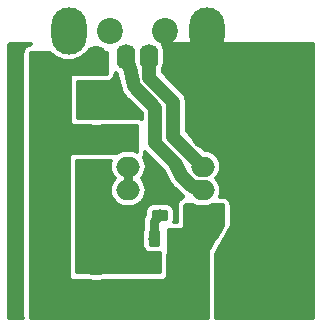
<source format=gbr>
G04 #@! TF.GenerationSoftware,KiCad,Pcbnew,(5.1.4)-1*
G04 #@! TF.CreationDate,2019-10-26T17:50:02-04:00*
G04 #@! TF.ProjectId,usb-vertical-splitter,7573622d-7665-4727-9469-63616c2d7370,0*
G04 #@! TF.SameCoordinates,Original*
G04 #@! TF.FileFunction,Copper,L1,Top*
G04 #@! TF.FilePolarity,Positive*
%FSLAX46Y46*%
G04 Gerber Fmt 4.6, Leading zero omitted, Abs format (unit mm)*
G04 Created by KiCad (PCBNEW (5.1.4)-1) date 2019-10-26 17:50:02*
%MOMM*%
%LPD*%
G04 APERTURE LIST*
%ADD10C,0.100000*%
%ADD11C,0.975000*%
%ADD12O,3.000000X4.000000*%
%ADD13C,2.200000*%
%ADD14C,1.800000*%
%ADD15O,1.600000X2.200000*%
%ADD16C,3.300000*%
%ADD17C,1.900000*%
%ADD18O,2.000000X1.700000*%
%ADD19C,0.800000*%
%ADD20C,0.800000*%
%ADD21C,1.200000*%
%ADD22C,0.300000*%
G04 APERTURE END LIST*
D10*
G36*
X125492642Y-91501174D02*
G01*
X125516303Y-91504684D01*
X125539507Y-91510496D01*
X125562029Y-91518554D01*
X125583653Y-91528782D01*
X125604170Y-91541079D01*
X125623383Y-91555329D01*
X125641107Y-91571393D01*
X125657171Y-91589117D01*
X125671421Y-91608330D01*
X125683718Y-91628847D01*
X125693946Y-91650471D01*
X125702004Y-91672993D01*
X125707816Y-91696197D01*
X125711326Y-91719858D01*
X125712500Y-91743750D01*
X125712500Y-92656250D01*
X125711326Y-92680142D01*
X125707816Y-92703803D01*
X125702004Y-92727007D01*
X125693946Y-92749529D01*
X125683718Y-92771153D01*
X125671421Y-92791670D01*
X125657171Y-92810883D01*
X125641107Y-92828607D01*
X125623383Y-92844671D01*
X125604170Y-92858921D01*
X125583653Y-92871218D01*
X125562029Y-92881446D01*
X125539507Y-92889504D01*
X125516303Y-92895316D01*
X125492642Y-92898826D01*
X125468750Y-92900000D01*
X124981250Y-92900000D01*
X124957358Y-92898826D01*
X124933697Y-92895316D01*
X124910493Y-92889504D01*
X124887971Y-92881446D01*
X124866347Y-92871218D01*
X124845830Y-92858921D01*
X124826617Y-92844671D01*
X124808893Y-92828607D01*
X124792829Y-92810883D01*
X124778579Y-92791670D01*
X124766282Y-92771153D01*
X124756054Y-92749529D01*
X124747996Y-92727007D01*
X124742184Y-92703803D01*
X124738674Y-92680142D01*
X124737500Y-92656250D01*
X124737500Y-91743750D01*
X124738674Y-91719858D01*
X124742184Y-91696197D01*
X124747996Y-91672993D01*
X124756054Y-91650471D01*
X124766282Y-91628847D01*
X124778579Y-91608330D01*
X124792829Y-91589117D01*
X124808893Y-91571393D01*
X124826617Y-91555329D01*
X124845830Y-91541079D01*
X124866347Y-91528782D01*
X124887971Y-91518554D01*
X124910493Y-91510496D01*
X124933697Y-91504684D01*
X124957358Y-91501174D01*
X124981250Y-91500000D01*
X125468750Y-91500000D01*
X125492642Y-91501174D01*
X125492642Y-91501174D01*
G37*
D11*
X125225000Y-92200000D03*
D10*
G36*
X127367642Y-91501174D02*
G01*
X127391303Y-91504684D01*
X127414507Y-91510496D01*
X127437029Y-91518554D01*
X127458653Y-91528782D01*
X127479170Y-91541079D01*
X127498383Y-91555329D01*
X127516107Y-91571393D01*
X127532171Y-91589117D01*
X127546421Y-91608330D01*
X127558718Y-91628847D01*
X127568946Y-91650471D01*
X127577004Y-91672993D01*
X127582816Y-91696197D01*
X127586326Y-91719858D01*
X127587500Y-91743750D01*
X127587500Y-92656250D01*
X127586326Y-92680142D01*
X127582816Y-92703803D01*
X127577004Y-92727007D01*
X127568946Y-92749529D01*
X127558718Y-92771153D01*
X127546421Y-92791670D01*
X127532171Y-92810883D01*
X127516107Y-92828607D01*
X127498383Y-92844671D01*
X127479170Y-92858921D01*
X127458653Y-92871218D01*
X127437029Y-92881446D01*
X127414507Y-92889504D01*
X127391303Y-92895316D01*
X127367642Y-92898826D01*
X127343750Y-92900000D01*
X126856250Y-92900000D01*
X126832358Y-92898826D01*
X126808697Y-92895316D01*
X126785493Y-92889504D01*
X126762971Y-92881446D01*
X126741347Y-92871218D01*
X126720830Y-92858921D01*
X126701617Y-92844671D01*
X126683893Y-92828607D01*
X126667829Y-92810883D01*
X126653579Y-92791670D01*
X126641282Y-92771153D01*
X126631054Y-92749529D01*
X126622996Y-92727007D01*
X126617184Y-92703803D01*
X126613674Y-92680142D01*
X126612500Y-92656250D01*
X126612500Y-91743750D01*
X126613674Y-91719858D01*
X126617184Y-91696197D01*
X126622996Y-91672993D01*
X126631054Y-91650471D01*
X126641282Y-91628847D01*
X126653579Y-91608330D01*
X126667829Y-91589117D01*
X126683893Y-91571393D01*
X126701617Y-91555329D01*
X126720830Y-91541079D01*
X126741347Y-91528782D01*
X126762971Y-91518554D01*
X126785493Y-91510496D01*
X126808697Y-91504684D01*
X126832358Y-91501174D01*
X126856250Y-91500000D01*
X127343750Y-91500000D01*
X127367642Y-91501174D01*
X127367642Y-91501174D01*
G37*
D11*
X127100000Y-92200000D03*
D10*
G36*
X139067642Y-108401174D02*
G01*
X139091303Y-108404684D01*
X139114507Y-108410496D01*
X139137029Y-108418554D01*
X139158653Y-108428782D01*
X139179170Y-108441079D01*
X139198383Y-108455329D01*
X139216107Y-108471393D01*
X139232171Y-108489117D01*
X139246421Y-108508330D01*
X139258718Y-108528847D01*
X139268946Y-108550471D01*
X139277004Y-108572993D01*
X139282816Y-108596197D01*
X139286326Y-108619858D01*
X139287500Y-108643750D01*
X139287500Y-109556250D01*
X139286326Y-109580142D01*
X139282816Y-109603803D01*
X139277004Y-109627007D01*
X139268946Y-109649529D01*
X139258718Y-109671153D01*
X139246421Y-109691670D01*
X139232171Y-109710883D01*
X139216107Y-109728607D01*
X139198383Y-109744671D01*
X139179170Y-109758921D01*
X139158653Y-109771218D01*
X139137029Y-109781446D01*
X139114507Y-109789504D01*
X139091303Y-109795316D01*
X139067642Y-109798826D01*
X139043750Y-109800000D01*
X138556250Y-109800000D01*
X138532358Y-109798826D01*
X138508697Y-109795316D01*
X138485493Y-109789504D01*
X138462971Y-109781446D01*
X138441347Y-109771218D01*
X138420830Y-109758921D01*
X138401617Y-109744671D01*
X138383893Y-109728607D01*
X138367829Y-109710883D01*
X138353579Y-109691670D01*
X138341282Y-109671153D01*
X138331054Y-109649529D01*
X138322996Y-109627007D01*
X138317184Y-109603803D01*
X138313674Y-109580142D01*
X138312500Y-109556250D01*
X138312500Y-108643750D01*
X138313674Y-108619858D01*
X138317184Y-108596197D01*
X138322996Y-108572993D01*
X138331054Y-108550471D01*
X138341282Y-108528847D01*
X138353579Y-108508330D01*
X138367829Y-108489117D01*
X138383893Y-108471393D01*
X138401617Y-108455329D01*
X138420830Y-108441079D01*
X138441347Y-108428782D01*
X138462971Y-108418554D01*
X138485493Y-108410496D01*
X138508697Y-108404684D01*
X138532358Y-108401174D01*
X138556250Y-108400000D01*
X139043750Y-108400000D01*
X139067642Y-108401174D01*
X139067642Y-108401174D01*
G37*
D11*
X138800000Y-109100000D03*
D10*
G36*
X137192642Y-108401174D02*
G01*
X137216303Y-108404684D01*
X137239507Y-108410496D01*
X137262029Y-108418554D01*
X137283653Y-108428782D01*
X137304170Y-108441079D01*
X137323383Y-108455329D01*
X137341107Y-108471393D01*
X137357171Y-108489117D01*
X137371421Y-108508330D01*
X137383718Y-108528847D01*
X137393946Y-108550471D01*
X137402004Y-108572993D01*
X137407816Y-108596197D01*
X137411326Y-108619858D01*
X137412500Y-108643750D01*
X137412500Y-109556250D01*
X137411326Y-109580142D01*
X137407816Y-109603803D01*
X137402004Y-109627007D01*
X137393946Y-109649529D01*
X137383718Y-109671153D01*
X137371421Y-109691670D01*
X137357171Y-109710883D01*
X137341107Y-109728607D01*
X137323383Y-109744671D01*
X137304170Y-109758921D01*
X137283653Y-109771218D01*
X137262029Y-109781446D01*
X137239507Y-109789504D01*
X137216303Y-109795316D01*
X137192642Y-109798826D01*
X137168750Y-109800000D01*
X136681250Y-109800000D01*
X136657358Y-109798826D01*
X136633697Y-109795316D01*
X136610493Y-109789504D01*
X136587971Y-109781446D01*
X136566347Y-109771218D01*
X136545830Y-109758921D01*
X136526617Y-109744671D01*
X136508893Y-109728607D01*
X136492829Y-109710883D01*
X136478579Y-109691670D01*
X136466282Y-109671153D01*
X136456054Y-109649529D01*
X136447996Y-109627007D01*
X136442184Y-109603803D01*
X136438674Y-109580142D01*
X136437500Y-109556250D01*
X136437500Y-108643750D01*
X136438674Y-108619858D01*
X136442184Y-108596197D01*
X136447996Y-108572993D01*
X136456054Y-108550471D01*
X136466282Y-108528847D01*
X136478579Y-108508330D01*
X136492829Y-108489117D01*
X136508893Y-108471393D01*
X136526617Y-108455329D01*
X136545830Y-108441079D01*
X136566347Y-108428782D01*
X136587971Y-108418554D01*
X136610493Y-108410496D01*
X136633697Y-108404684D01*
X136657358Y-108401174D01*
X136681250Y-108400000D01*
X137168750Y-108400000D01*
X137192642Y-108401174D01*
X137192642Y-108401174D01*
G37*
D11*
X136925000Y-109100000D03*
D12*
X141350000Y-89500000D03*
X129650000Y-89500000D03*
D13*
X137800000Y-89500000D03*
X133200000Y-89500000D03*
D14*
X139000000Y-91600000D03*
D15*
X136500000Y-91700000D03*
X134500000Y-91700000D03*
D14*
X132000000Y-91600000D03*
D16*
X143710000Y-108570000D03*
X143710000Y-95430000D03*
D17*
X141000000Y-105500000D03*
D18*
X141000000Y-103000000D03*
X141000000Y-101000000D03*
D17*
X141000000Y-98500000D03*
X134710000Y-105500000D03*
D18*
X134710000Y-103000000D03*
X134710000Y-101000000D03*
D17*
X134710000Y-98500000D03*
D16*
X132000000Y-108570000D03*
X132000000Y-95430000D03*
D10*
G36*
X139067642Y-106401174D02*
G01*
X139091303Y-106404684D01*
X139114507Y-106410496D01*
X139137029Y-106418554D01*
X139158653Y-106428782D01*
X139179170Y-106441079D01*
X139198383Y-106455329D01*
X139216107Y-106471393D01*
X139232171Y-106489117D01*
X139246421Y-106508330D01*
X139258718Y-106528847D01*
X139268946Y-106550471D01*
X139277004Y-106572993D01*
X139282816Y-106596197D01*
X139286326Y-106619858D01*
X139287500Y-106643750D01*
X139287500Y-107556250D01*
X139286326Y-107580142D01*
X139282816Y-107603803D01*
X139277004Y-107627007D01*
X139268946Y-107649529D01*
X139258718Y-107671153D01*
X139246421Y-107691670D01*
X139232171Y-107710883D01*
X139216107Y-107728607D01*
X139198383Y-107744671D01*
X139179170Y-107758921D01*
X139158653Y-107771218D01*
X139137029Y-107781446D01*
X139114507Y-107789504D01*
X139091303Y-107795316D01*
X139067642Y-107798826D01*
X139043750Y-107800000D01*
X138556250Y-107800000D01*
X138532358Y-107798826D01*
X138508697Y-107795316D01*
X138485493Y-107789504D01*
X138462971Y-107781446D01*
X138441347Y-107771218D01*
X138420830Y-107758921D01*
X138401617Y-107744671D01*
X138383893Y-107728607D01*
X138367829Y-107710883D01*
X138353579Y-107691670D01*
X138341282Y-107671153D01*
X138331054Y-107649529D01*
X138322996Y-107627007D01*
X138317184Y-107603803D01*
X138313674Y-107580142D01*
X138312500Y-107556250D01*
X138312500Y-106643750D01*
X138313674Y-106619858D01*
X138317184Y-106596197D01*
X138322996Y-106572993D01*
X138331054Y-106550471D01*
X138341282Y-106528847D01*
X138353579Y-106508330D01*
X138367829Y-106489117D01*
X138383893Y-106471393D01*
X138401617Y-106455329D01*
X138420830Y-106441079D01*
X138441347Y-106428782D01*
X138462971Y-106418554D01*
X138485493Y-106410496D01*
X138508697Y-106404684D01*
X138532358Y-106401174D01*
X138556250Y-106400000D01*
X139043750Y-106400000D01*
X139067642Y-106401174D01*
X139067642Y-106401174D01*
G37*
D11*
X138800000Y-107100000D03*
D10*
G36*
X137192642Y-106401174D02*
G01*
X137216303Y-106404684D01*
X137239507Y-106410496D01*
X137262029Y-106418554D01*
X137283653Y-106428782D01*
X137304170Y-106441079D01*
X137323383Y-106455329D01*
X137341107Y-106471393D01*
X137357171Y-106489117D01*
X137371421Y-106508330D01*
X137383718Y-106528847D01*
X137393946Y-106550471D01*
X137402004Y-106572993D01*
X137407816Y-106596197D01*
X137411326Y-106619858D01*
X137412500Y-106643750D01*
X137412500Y-107556250D01*
X137411326Y-107580142D01*
X137407816Y-107603803D01*
X137402004Y-107627007D01*
X137393946Y-107649529D01*
X137383718Y-107671153D01*
X137371421Y-107691670D01*
X137357171Y-107710883D01*
X137341107Y-107728607D01*
X137323383Y-107744671D01*
X137304170Y-107758921D01*
X137283653Y-107771218D01*
X137262029Y-107781446D01*
X137239507Y-107789504D01*
X137216303Y-107795316D01*
X137192642Y-107798826D01*
X137168750Y-107800000D01*
X136681250Y-107800000D01*
X136657358Y-107798826D01*
X136633697Y-107795316D01*
X136610493Y-107789504D01*
X136587971Y-107781446D01*
X136566347Y-107771218D01*
X136545830Y-107758921D01*
X136526617Y-107744671D01*
X136508893Y-107728607D01*
X136492829Y-107710883D01*
X136478579Y-107691670D01*
X136466282Y-107671153D01*
X136456054Y-107649529D01*
X136447996Y-107627007D01*
X136442184Y-107603803D01*
X136438674Y-107580142D01*
X136437500Y-107556250D01*
X136437500Y-106643750D01*
X136438674Y-106619858D01*
X136442184Y-106596197D01*
X136447996Y-106572993D01*
X136456054Y-106550471D01*
X136466282Y-106528847D01*
X136478579Y-106508330D01*
X136492829Y-106489117D01*
X136508893Y-106471393D01*
X136526617Y-106455329D01*
X136545830Y-106441079D01*
X136566347Y-106428782D01*
X136587971Y-106418554D01*
X136610493Y-106410496D01*
X136633697Y-106404684D01*
X136657358Y-106401174D01*
X136681250Y-106400000D01*
X137168750Y-106400000D01*
X137192642Y-106401174D01*
X137192642Y-106401174D01*
G37*
D11*
X136925000Y-107100000D03*
D10*
G36*
X137880142Y-104651174D02*
G01*
X137903803Y-104654684D01*
X137927007Y-104660496D01*
X137949529Y-104668554D01*
X137971153Y-104678782D01*
X137991670Y-104691079D01*
X138010883Y-104705329D01*
X138028607Y-104721393D01*
X138044671Y-104739117D01*
X138058921Y-104758330D01*
X138071218Y-104778847D01*
X138081446Y-104800471D01*
X138089504Y-104822993D01*
X138095316Y-104846197D01*
X138098826Y-104869858D01*
X138100000Y-104893750D01*
X138100000Y-105381250D01*
X138098826Y-105405142D01*
X138095316Y-105428803D01*
X138089504Y-105452007D01*
X138081446Y-105474529D01*
X138071218Y-105496153D01*
X138058921Y-105516670D01*
X138044671Y-105535883D01*
X138028607Y-105553607D01*
X138010883Y-105569671D01*
X137991670Y-105583921D01*
X137971153Y-105596218D01*
X137949529Y-105606446D01*
X137927007Y-105614504D01*
X137903803Y-105620316D01*
X137880142Y-105623826D01*
X137856250Y-105625000D01*
X136943750Y-105625000D01*
X136919858Y-105623826D01*
X136896197Y-105620316D01*
X136872993Y-105614504D01*
X136850471Y-105606446D01*
X136828847Y-105596218D01*
X136808330Y-105583921D01*
X136789117Y-105569671D01*
X136771393Y-105553607D01*
X136755329Y-105535883D01*
X136741079Y-105516670D01*
X136728782Y-105496153D01*
X136718554Y-105474529D01*
X136710496Y-105452007D01*
X136704684Y-105428803D01*
X136701174Y-105405142D01*
X136700000Y-105381250D01*
X136700000Y-104893750D01*
X136701174Y-104869858D01*
X136704684Y-104846197D01*
X136710496Y-104822993D01*
X136718554Y-104800471D01*
X136728782Y-104778847D01*
X136741079Y-104758330D01*
X136755329Y-104739117D01*
X136771393Y-104721393D01*
X136789117Y-104705329D01*
X136808330Y-104691079D01*
X136828847Y-104678782D01*
X136850471Y-104668554D01*
X136872993Y-104660496D01*
X136896197Y-104654684D01*
X136919858Y-104651174D01*
X136943750Y-104650000D01*
X137856250Y-104650000D01*
X137880142Y-104651174D01*
X137880142Y-104651174D01*
G37*
D11*
X137400000Y-105137500D03*
D10*
G36*
X137880142Y-102776174D02*
G01*
X137903803Y-102779684D01*
X137927007Y-102785496D01*
X137949529Y-102793554D01*
X137971153Y-102803782D01*
X137991670Y-102816079D01*
X138010883Y-102830329D01*
X138028607Y-102846393D01*
X138044671Y-102864117D01*
X138058921Y-102883330D01*
X138071218Y-102903847D01*
X138081446Y-102925471D01*
X138089504Y-102947993D01*
X138095316Y-102971197D01*
X138098826Y-102994858D01*
X138100000Y-103018750D01*
X138100000Y-103506250D01*
X138098826Y-103530142D01*
X138095316Y-103553803D01*
X138089504Y-103577007D01*
X138081446Y-103599529D01*
X138071218Y-103621153D01*
X138058921Y-103641670D01*
X138044671Y-103660883D01*
X138028607Y-103678607D01*
X138010883Y-103694671D01*
X137991670Y-103708921D01*
X137971153Y-103721218D01*
X137949529Y-103731446D01*
X137927007Y-103739504D01*
X137903803Y-103745316D01*
X137880142Y-103748826D01*
X137856250Y-103750000D01*
X136943750Y-103750000D01*
X136919858Y-103748826D01*
X136896197Y-103745316D01*
X136872993Y-103739504D01*
X136850471Y-103731446D01*
X136828847Y-103721218D01*
X136808330Y-103708921D01*
X136789117Y-103694671D01*
X136771393Y-103678607D01*
X136755329Y-103660883D01*
X136741079Y-103641670D01*
X136728782Y-103621153D01*
X136718554Y-103599529D01*
X136710496Y-103577007D01*
X136704684Y-103553803D01*
X136701174Y-103530142D01*
X136700000Y-103506250D01*
X136700000Y-103018750D01*
X136701174Y-102994858D01*
X136704684Y-102971197D01*
X136710496Y-102947993D01*
X136718554Y-102925471D01*
X136728782Y-102903847D01*
X136741079Y-102883330D01*
X136755329Y-102864117D01*
X136771393Y-102846393D01*
X136789117Y-102830329D01*
X136808330Y-102816079D01*
X136828847Y-102803782D01*
X136850471Y-102793554D01*
X136872993Y-102785496D01*
X136896197Y-102779684D01*
X136919858Y-102776174D01*
X136943750Y-102775000D01*
X137856250Y-102775000D01*
X137880142Y-102776174D01*
X137880142Y-102776174D01*
G37*
D11*
X137400000Y-103262500D03*
D19*
X125250000Y-93700000D03*
X140050000Y-96900000D03*
X140050000Y-95500000D03*
X138000000Y-92800000D03*
X139100000Y-93950000D03*
X135400000Y-96500000D03*
X134450000Y-95500000D03*
X133650000Y-93740000D03*
X145800000Y-112200000D03*
X130650000Y-106350000D03*
X135400000Y-107450000D03*
X137580000Y-101920000D03*
X136550000Y-100600000D03*
X138800000Y-103550000D03*
X142900000Y-103150000D03*
X142900000Y-101800000D03*
X142900000Y-100200000D03*
X125000000Y-112000000D03*
X125000000Y-109000000D03*
X125000000Y-106000000D03*
X125000000Y-103400000D03*
X125000000Y-100000000D03*
X125000000Y-97000000D03*
X125000000Y-91000000D03*
X144000000Y-91000000D03*
X146000000Y-91000000D03*
X148000000Y-91000000D03*
X150000000Y-91000000D03*
X150000000Y-93000000D03*
X150000000Y-95000000D03*
X150000000Y-97000000D03*
X150000000Y-99000000D03*
X148000000Y-99000000D03*
X148000000Y-97000000D03*
X148000000Y-95000000D03*
X148000000Y-93000000D03*
X146000000Y-93000000D03*
X140000000Y-93000000D03*
X135500000Y-109500000D03*
X134000000Y-109500000D03*
X142900000Y-98000000D03*
X141300000Y-96200000D03*
X132500000Y-103700000D03*
X132700000Y-100800000D03*
X132900000Y-106100000D03*
X142600000Y-113300000D03*
X144900000Y-113300000D03*
X144900000Y-111000000D03*
X142600000Y-111000000D03*
D20*
X136925000Y-105612500D02*
X137400000Y-105137500D01*
X136925000Y-107100000D02*
X136925000Y-105612500D01*
X125225000Y-92200000D02*
X125225000Y-93675000D01*
X125225000Y-93675000D02*
X125250000Y-93700000D01*
D21*
X138500000Y-98500000D02*
X141000000Y-101000000D01*
X138500000Y-95500000D02*
X138500000Y-98500000D01*
X136500000Y-91600000D02*
X136500000Y-93500000D01*
X136500000Y-93500000D02*
X138500000Y-95500000D01*
X140750001Y-102750001D02*
X141000000Y-103000000D01*
X139249999Y-101840001D02*
X140159999Y-102750001D01*
X138690000Y-100690000D02*
X139249999Y-101840001D01*
X139199990Y-101683456D02*
X138690000Y-100690000D01*
X140159999Y-102750001D02*
X140750001Y-102750001D01*
X134900001Y-93023999D02*
X135200000Y-94200000D01*
X134500000Y-91600000D02*
X134900001Y-93023999D01*
X135200000Y-94200000D02*
X137000000Y-96000000D01*
X137000000Y-96000000D02*
X137000000Y-99000000D01*
X137000000Y-99000000D02*
X138700000Y-100700000D01*
X138700000Y-100700000D02*
X139199990Y-101683456D01*
D20*
X134710000Y-101000000D02*
X134710000Y-103000000D01*
D22*
G36*
X128193417Y-91456583D02*
G01*
X128505570Y-91712760D01*
X128861703Y-91903117D01*
X129248130Y-92020338D01*
X129650000Y-92059919D01*
X130051869Y-92020338D01*
X130438296Y-91903117D01*
X130794430Y-91712760D01*
X131106583Y-91456583D01*
X131194053Y-91350000D01*
X132885226Y-91350000D01*
X132918008Y-91356521D01*
X132933277Y-91366723D01*
X132943479Y-91381992D01*
X132950000Y-91414774D01*
X132950000Y-93085226D01*
X132947201Y-93099296D01*
X132912087Y-93134410D01*
X132904191Y-93146228D01*
X132885226Y-93150000D01*
X130100000Y-93150000D01*
X130070737Y-93152882D01*
X129994200Y-93168106D01*
X129966061Y-93176642D01*
X129940126Y-93190504D01*
X129875242Y-93233859D01*
X129852512Y-93252514D01*
X129833859Y-93275242D01*
X129790504Y-93340126D01*
X129776643Y-93366059D01*
X129768106Y-93394200D01*
X129752882Y-93470737D01*
X129750000Y-93500000D01*
X129750000Y-97200000D01*
X129752882Y-97229263D01*
X129768106Y-97305800D01*
X129776642Y-97333939D01*
X129790504Y-97359874D01*
X129833859Y-97424758D01*
X129852514Y-97447488D01*
X129875242Y-97466141D01*
X129940126Y-97509496D01*
X129966059Y-97523357D01*
X129994200Y-97531894D01*
X130070737Y-97547118D01*
X130100000Y-97550000D01*
X131381133Y-97550000D01*
X131783319Y-97630000D01*
X132216681Y-97630000D01*
X132618867Y-97550000D01*
X135385226Y-97550000D01*
X135418008Y-97556521D01*
X135433277Y-97566723D01*
X135443479Y-97581992D01*
X135450000Y-97614774D01*
X135450000Y-99727918D01*
X135398349Y-99700310D01*
X135134448Y-99620257D01*
X134928777Y-99600000D01*
X134491223Y-99600000D01*
X134285552Y-99620257D01*
X134021651Y-99700310D01*
X133778438Y-99830310D01*
X133754446Y-99850000D01*
X130000000Y-99850000D01*
X129970737Y-99852882D01*
X129894200Y-99868106D01*
X129866061Y-99876642D01*
X129840126Y-99890504D01*
X129775242Y-99933859D01*
X129752512Y-99952514D01*
X129733859Y-99975242D01*
X129690504Y-100040126D01*
X129676643Y-100066059D01*
X129668106Y-100094200D01*
X129652882Y-100170737D01*
X129650000Y-100200000D01*
X129650000Y-110300000D01*
X129652882Y-110329263D01*
X129668106Y-110405800D01*
X129676642Y-110433939D01*
X129690504Y-110459874D01*
X129733859Y-110524758D01*
X129752514Y-110547488D01*
X129775242Y-110566141D01*
X129840126Y-110609496D01*
X129866059Y-110623357D01*
X129894200Y-110631894D01*
X129970737Y-110647118D01*
X130000000Y-110650000D01*
X131272688Y-110650000D01*
X131358284Y-110685455D01*
X131783319Y-110770000D01*
X132216681Y-110770000D01*
X132641716Y-110685455D01*
X132727312Y-110650000D01*
X137704597Y-110650000D01*
X137742858Y-110645038D01*
X137841513Y-110619013D01*
X137869073Y-110608762D01*
X137894104Y-110593331D01*
X137908078Y-110581267D01*
X137981057Y-110509965D01*
X137999974Y-110487452D01*
X138014136Y-110461682D01*
X138020340Y-110444296D01*
X138048652Y-110346273D01*
X138054502Y-110308137D01*
X138144964Y-106418285D01*
X138156898Y-106376967D01*
X138173271Y-106360970D01*
X138214854Y-106350000D01*
X139200000Y-106350000D01*
X139229263Y-106347118D01*
X139305800Y-106331894D01*
X139333939Y-106323358D01*
X139359874Y-106309496D01*
X139424758Y-106266141D01*
X139447488Y-106247486D01*
X139466141Y-106224758D01*
X139509496Y-106159874D01*
X139523357Y-106133941D01*
X139531894Y-106105800D01*
X139547118Y-106029263D01*
X139550000Y-106000000D01*
X139550000Y-104314774D01*
X139556521Y-104281992D01*
X139566723Y-104266723D01*
X139581992Y-104256521D01*
X139614774Y-104250000D01*
X140218688Y-104250000D01*
X140311651Y-104299690D01*
X140575552Y-104379743D01*
X140781223Y-104400000D01*
X141218777Y-104400000D01*
X141424448Y-104379743D01*
X141688349Y-104299690D01*
X141781312Y-104250000D01*
X142685226Y-104250000D01*
X142718008Y-104256521D01*
X142733277Y-104266723D01*
X142743479Y-104281992D01*
X142750000Y-104314774D01*
X142750000Y-105926615D01*
X142733408Y-105988498D01*
X142121965Y-107046765D01*
X142001148Y-107167582D01*
X141760385Y-107527909D01*
X141594545Y-107928284D01*
X141585043Y-107976053D01*
X141496947Y-108128527D01*
X141481944Y-108164723D01*
X141455117Y-108264778D01*
X141450000Y-108303624D01*
X141450000Y-113785226D01*
X141443479Y-113818008D01*
X141433277Y-113833277D01*
X141418008Y-113843479D01*
X141385226Y-113850000D01*
X126514774Y-113850000D01*
X126481992Y-113843479D01*
X126466723Y-113833277D01*
X126456521Y-113818008D01*
X126450000Y-113785226D01*
X126450000Y-91414774D01*
X126456521Y-91381992D01*
X126466723Y-91366723D01*
X126481992Y-91356521D01*
X126514774Y-91350000D01*
X128105947Y-91350000D01*
X128193417Y-91456583D01*
X128193417Y-91456583D01*
G37*
X128193417Y-91456583D02*
X128505570Y-91712760D01*
X128861703Y-91903117D01*
X129248130Y-92020338D01*
X129650000Y-92059919D01*
X130051869Y-92020338D01*
X130438296Y-91903117D01*
X130794430Y-91712760D01*
X131106583Y-91456583D01*
X131194053Y-91350000D01*
X132885226Y-91350000D01*
X132918008Y-91356521D01*
X132933277Y-91366723D01*
X132943479Y-91381992D01*
X132950000Y-91414774D01*
X132950000Y-93085226D01*
X132947201Y-93099296D01*
X132912087Y-93134410D01*
X132904191Y-93146228D01*
X132885226Y-93150000D01*
X130100000Y-93150000D01*
X130070737Y-93152882D01*
X129994200Y-93168106D01*
X129966061Y-93176642D01*
X129940126Y-93190504D01*
X129875242Y-93233859D01*
X129852512Y-93252514D01*
X129833859Y-93275242D01*
X129790504Y-93340126D01*
X129776643Y-93366059D01*
X129768106Y-93394200D01*
X129752882Y-93470737D01*
X129750000Y-93500000D01*
X129750000Y-97200000D01*
X129752882Y-97229263D01*
X129768106Y-97305800D01*
X129776642Y-97333939D01*
X129790504Y-97359874D01*
X129833859Y-97424758D01*
X129852514Y-97447488D01*
X129875242Y-97466141D01*
X129940126Y-97509496D01*
X129966059Y-97523357D01*
X129994200Y-97531894D01*
X130070737Y-97547118D01*
X130100000Y-97550000D01*
X131381133Y-97550000D01*
X131783319Y-97630000D01*
X132216681Y-97630000D01*
X132618867Y-97550000D01*
X135385226Y-97550000D01*
X135418008Y-97556521D01*
X135433277Y-97566723D01*
X135443479Y-97581992D01*
X135450000Y-97614774D01*
X135450000Y-99727918D01*
X135398349Y-99700310D01*
X135134448Y-99620257D01*
X134928777Y-99600000D01*
X134491223Y-99600000D01*
X134285552Y-99620257D01*
X134021651Y-99700310D01*
X133778438Y-99830310D01*
X133754446Y-99850000D01*
X130000000Y-99850000D01*
X129970737Y-99852882D01*
X129894200Y-99868106D01*
X129866061Y-99876642D01*
X129840126Y-99890504D01*
X129775242Y-99933859D01*
X129752512Y-99952514D01*
X129733859Y-99975242D01*
X129690504Y-100040126D01*
X129676643Y-100066059D01*
X129668106Y-100094200D01*
X129652882Y-100170737D01*
X129650000Y-100200000D01*
X129650000Y-110300000D01*
X129652882Y-110329263D01*
X129668106Y-110405800D01*
X129676642Y-110433939D01*
X129690504Y-110459874D01*
X129733859Y-110524758D01*
X129752514Y-110547488D01*
X129775242Y-110566141D01*
X129840126Y-110609496D01*
X129866059Y-110623357D01*
X129894200Y-110631894D01*
X129970737Y-110647118D01*
X130000000Y-110650000D01*
X131272688Y-110650000D01*
X131358284Y-110685455D01*
X131783319Y-110770000D01*
X132216681Y-110770000D01*
X132641716Y-110685455D01*
X132727312Y-110650000D01*
X137704597Y-110650000D01*
X137742858Y-110645038D01*
X137841513Y-110619013D01*
X137869073Y-110608762D01*
X137894104Y-110593331D01*
X137908078Y-110581267D01*
X137981057Y-110509965D01*
X137999974Y-110487452D01*
X138014136Y-110461682D01*
X138020340Y-110444296D01*
X138048652Y-110346273D01*
X138054502Y-110308137D01*
X138144964Y-106418285D01*
X138156898Y-106376967D01*
X138173271Y-106360970D01*
X138214854Y-106350000D01*
X139200000Y-106350000D01*
X139229263Y-106347118D01*
X139305800Y-106331894D01*
X139333939Y-106323358D01*
X139359874Y-106309496D01*
X139424758Y-106266141D01*
X139447488Y-106247486D01*
X139466141Y-106224758D01*
X139509496Y-106159874D01*
X139523357Y-106133941D01*
X139531894Y-106105800D01*
X139547118Y-106029263D01*
X139550000Y-106000000D01*
X139550000Y-104314774D01*
X139556521Y-104281992D01*
X139566723Y-104266723D01*
X139581992Y-104256521D01*
X139614774Y-104250000D01*
X140218688Y-104250000D01*
X140311651Y-104299690D01*
X140575552Y-104379743D01*
X140781223Y-104400000D01*
X141218777Y-104400000D01*
X141424448Y-104379743D01*
X141688349Y-104299690D01*
X141781312Y-104250000D01*
X142685226Y-104250000D01*
X142718008Y-104256521D01*
X142733277Y-104266723D01*
X142743479Y-104281992D01*
X142750000Y-104314774D01*
X142750000Y-105926615D01*
X142733408Y-105988498D01*
X142121965Y-107046765D01*
X142001148Y-107167582D01*
X141760385Y-107527909D01*
X141594545Y-107928284D01*
X141585043Y-107976053D01*
X141496947Y-108128527D01*
X141481944Y-108164723D01*
X141455117Y-108264778D01*
X141450000Y-108303624D01*
X141450000Y-113785226D01*
X141443479Y-113818008D01*
X141433277Y-113833277D01*
X141418008Y-113843479D01*
X141385226Y-113850000D01*
X126514774Y-113850000D01*
X126481992Y-113843479D01*
X126466723Y-113833277D01*
X126456521Y-113818008D01*
X126450000Y-113785226D01*
X126450000Y-91414774D01*
X126456521Y-91381992D01*
X126466723Y-91366723D01*
X126481992Y-91356521D01*
X126514774Y-91350000D01*
X128105947Y-91350000D01*
X128193417Y-91456583D01*
G36*
X126392701Y-90660568D02*
G01*
X126316164Y-90675792D01*
X126212982Y-90707092D01*
X126117895Y-90757919D01*
X126053011Y-90801274D01*
X125969674Y-90869667D01*
X125901274Y-90953011D01*
X125857919Y-91017895D01*
X125807090Y-91112988D01*
X125775792Y-91216164D01*
X125760568Y-91292701D01*
X125750000Y-91400000D01*
X125750000Y-113800000D01*
X125754925Y-113850000D01*
X124714774Y-113850000D01*
X124681992Y-113843479D01*
X124666723Y-113833277D01*
X124656521Y-113818008D01*
X124650000Y-113785226D01*
X124650000Y-90714774D01*
X124656521Y-90681992D01*
X124666723Y-90666723D01*
X124681992Y-90656521D01*
X124714774Y-90650000D01*
X126500000Y-90650000D01*
X126392701Y-90660568D01*
X126392701Y-90660568D01*
G37*
X126392701Y-90660568D02*
X126316164Y-90675792D01*
X126212982Y-90707092D01*
X126117895Y-90757919D01*
X126053011Y-90801274D01*
X125969674Y-90869667D01*
X125901274Y-90953011D01*
X125857919Y-91017895D01*
X125807090Y-91112988D01*
X125775792Y-91216164D01*
X125760568Y-91292701D01*
X125750000Y-91400000D01*
X125750000Y-113800000D01*
X125754925Y-113850000D01*
X124714774Y-113850000D01*
X124681992Y-113843479D01*
X124666723Y-113833277D01*
X124656521Y-113818008D01*
X124650000Y-113785226D01*
X124650000Y-90714774D01*
X124656521Y-90681992D01*
X124666723Y-90666723D01*
X124681992Y-90656521D01*
X124714774Y-90650000D01*
X126500000Y-90650000D01*
X126392701Y-90660568D01*
G36*
X150318008Y-90656521D02*
G01*
X150333277Y-90666723D01*
X150343479Y-90681992D01*
X150350000Y-90714774D01*
X150350000Y-113785226D01*
X150343479Y-113818008D01*
X150333277Y-113833277D01*
X150318008Y-113843479D01*
X150285226Y-113850000D01*
X142145075Y-113850000D01*
X142150000Y-113800000D01*
X142150000Y-108397468D01*
X143349399Y-106321584D01*
X143404409Y-106188867D01*
X143431236Y-106088812D01*
X143450000Y-105946376D01*
X143450000Y-104300000D01*
X143439432Y-104192701D01*
X143424208Y-104116164D01*
X143392908Y-104012982D01*
X143342081Y-103917895D01*
X143298726Y-103853011D01*
X143230333Y-103769674D01*
X143146989Y-103701274D01*
X143082105Y-103657919D01*
X142987012Y-103607090D01*
X142883836Y-103575792D01*
X142807299Y-103560568D01*
X142700000Y-103550000D01*
X142443462Y-103550000D01*
X142449690Y-103538349D01*
X142529743Y-103274448D01*
X142556774Y-103000000D01*
X142529743Y-102725552D01*
X142449690Y-102461651D01*
X142319690Y-102218438D01*
X142144739Y-102005261D01*
X142138328Y-102000000D01*
X142144739Y-101994739D01*
X142319690Y-101781562D01*
X142449690Y-101538349D01*
X142529743Y-101274448D01*
X142556774Y-101000000D01*
X142529743Y-100725552D01*
X142449690Y-100461651D01*
X142319690Y-100218438D01*
X142144739Y-100005261D01*
X141931562Y-99830310D01*
X141688349Y-99700310D01*
X141424448Y-99620257D01*
X141227172Y-99600827D01*
X139650000Y-98023656D01*
X139650000Y-95556481D01*
X139655563Y-95499999D01*
X139650000Y-95443517D01*
X139650000Y-95443508D01*
X139633360Y-95274561D01*
X139567602Y-95057785D01*
X139460816Y-94858003D01*
X139317107Y-94682893D01*
X139273231Y-94646885D01*
X137650000Y-93023656D01*
X137650000Y-92712331D01*
X137753272Y-92519122D01*
X137830467Y-92264646D01*
X137850000Y-92066321D01*
X137850000Y-91333680D01*
X137830467Y-91135355D01*
X137753272Y-90880878D01*
X137629865Y-90650000D01*
X150285226Y-90650000D01*
X150318008Y-90656521D01*
X150318008Y-90656521D01*
G37*
X150318008Y-90656521D02*
X150333277Y-90666723D01*
X150343479Y-90681992D01*
X150350000Y-90714774D01*
X150350000Y-113785226D01*
X150343479Y-113818008D01*
X150333277Y-113833277D01*
X150318008Y-113843479D01*
X150285226Y-113850000D01*
X142145075Y-113850000D01*
X142150000Y-113800000D01*
X142150000Y-108397468D01*
X143349399Y-106321584D01*
X143404409Y-106188867D01*
X143431236Y-106088812D01*
X143450000Y-105946376D01*
X143450000Y-104300000D01*
X143439432Y-104192701D01*
X143424208Y-104116164D01*
X143392908Y-104012982D01*
X143342081Y-103917895D01*
X143298726Y-103853011D01*
X143230333Y-103769674D01*
X143146989Y-103701274D01*
X143082105Y-103657919D01*
X142987012Y-103607090D01*
X142883836Y-103575792D01*
X142807299Y-103560568D01*
X142700000Y-103550000D01*
X142443462Y-103550000D01*
X142449690Y-103538349D01*
X142529743Y-103274448D01*
X142556774Y-103000000D01*
X142529743Y-102725552D01*
X142449690Y-102461651D01*
X142319690Y-102218438D01*
X142144739Y-102005261D01*
X142138328Y-102000000D01*
X142144739Y-101994739D01*
X142319690Y-101781562D01*
X142449690Y-101538349D01*
X142529743Y-101274448D01*
X142556774Y-101000000D01*
X142529743Y-100725552D01*
X142449690Y-100461651D01*
X142319690Y-100218438D01*
X142144739Y-100005261D01*
X141931562Y-99830310D01*
X141688349Y-99700310D01*
X141424448Y-99620257D01*
X141227172Y-99600827D01*
X139650000Y-98023656D01*
X139650000Y-95556481D01*
X139655563Y-95499999D01*
X139650000Y-95443517D01*
X139650000Y-95443508D01*
X139633360Y-95274561D01*
X139567602Y-95057785D01*
X139460816Y-94858003D01*
X139317107Y-94682893D01*
X139273231Y-94646885D01*
X137650000Y-93023656D01*
X137650000Y-92712331D01*
X137753272Y-92519122D01*
X137830467Y-92264646D01*
X137850000Y-92066321D01*
X137850000Y-91333680D01*
X137830467Y-91135355D01*
X137753272Y-90880878D01*
X137629865Y-90650000D01*
X150285226Y-90650000D01*
X150318008Y-90656521D01*
G36*
X136182894Y-99817107D02*
G01*
X136226776Y-99853120D01*
X137740486Y-101366831D01*
X138176053Y-102261299D01*
X138182398Y-102282216D01*
X138225564Y-102362975D01*
X138240803Y-102394268D01*
X138252182Y-102412773D01*
X138289184Y-102481998D01*
X138311392Y-102509058D01*
X138329729Y-102538878D01*
X138383102Y-102596437D01*
X138396881Y-102613227D01*
X138421488Y-102637834D01*
X138483756Y-102704986D01*
X138501462Y-102717808D01*
X139306883Y-103523231D01*
X139342892Y-103567108D01*
X139370392Y-103589677D01*
X139312982Y-103607092D01*
X139217895Y-103657919D01*
X139153011Y-103701274D01*
X139069674Y-103769667D01*
X139001274Y-103853011D01*
X138957919Y-103917895D01*
X138907090Y-104012988D01*
X138875792Y-104116164D01*
X138860568Y-104192701D01*
X138850000Y-104300000D01*
X138850000Y-105650000D01*
X138602965Y-105650000D01*
X138637358Y-105536622D01*
X138652661Y-105381250D01*
X138652661Y-104893750D01*
X138637358Y-104738378D01*
X138592038Y-104588977D01*
X138518442Y-104451288D01*
X138419398Y-104330602D01*
X138298712Y-104231558D01*
X138161023Y-104157962D01*
X138011622Y-104112642D01*
X137856250Y-104097339D01*
X136943750Y-104097339D01*
X136788378Y-104112642D01*
X136638977Y-104157962D01*
X136501288Y-104231558D01*
X136380602Y-104330602D01*
X136281558Y-104451288D01*
X136207962Y-104588977D01*
X136162642Y-104738378D01*
X136147339Y-104893750D01*
X136147339Y-105062591D01*
X136131283Y-105082155D01*
X136043069Y-105247192D01*
X135988747Y-105426268D01*
X135970405Y-105612500D01*
X135975001Y-105659164D01*
X135975001Y-106283714D01*
X135945462Y-106338977D01*
X135900142Y-106488378D01*
X135884839Y-106643750D01*
X135884839Y-107556250D01*
X135900142Y-107711622D01*
X135945462Y-107861023D01*
X136019058Y-107998712D01*
X136118102Y-108119398D01*
X136238788Y-108218442D01*
X136376477Y-108292038D01*
X136525878Y-108337358D01*
X136681250Y-108352661D01*
X137168750Y-108352661D01*
X137324122Y-108337358D01*
X137400686Y-108314133D01*
X137362642Y-109950000D01*
X130350000Y-109950000D01*
X130350000Y-100550000D01*
X133233510Y-100550000D01*
X133180257Y-100725552D01*
X133153226Y-101000000D01*
X133180257Y-101274448D01*
X133260310Y-101538349D01*
X133390310Y-101781562D01*
X133565261Y-101994739D01*
X133571672Y-102000000D01*
X133565261Y-102005261D01*
X133390310Y-102218438D01*
X133260310Y-102461651D01*
X133180257Y-102725552D01*
X133153226Y-103000000D01*
X133180257Y-103274448D01*
X133260310Y-103538349D01*
X133390310Y-103781562D01*
X133565261Y-103994739D01*
X133778438Y-104169690D01*
X134021651Y-104299690D01*
X134285552Y-104379743D01*
X134491223Y-104400000D01*
X134928777Y-104400000D01*
X135134448Y-104379743D01*
X135398349Y-104299690D01*
X135641562Y-104169690D01*
X135854739Y-103994739D01*
X136029690Y-103781562D01*
X136159690Y-103538349D01*
X136239743Y-103274448D01*
X136266774Y-103000000D01*
X136239743Y-102725552D01*
X136159690Y-102461651D01*
X136029690Y-102218438D01*
X135854739Y-102005261D01*
X135848328Y-102000000D01*
X135854739Y-101994739D01*
X136029690Y-101781562D01*
X136159690Y-101538349D01*
X136239743Y-101274448D01*
X136266774Y-101000000D01*
X136239743Y-100725552D01*
X136159690Y-100461651D01*
X136029690Y-100218438D01*
X136023138Y-100210455D01*
X136042081Y-100182105D01*
X136092910Y-100087012D01*
X136124208Y-99983836D01*
X136139432Y-99907299D01*
X136150000Y-99800000D01*
X136150000Y-99777026D01*
X136182894Y-99817107D01*
X136182894Y-99817107D01*
G37*
X136182894Y-99817107D02*
X136226776Y-99853120D01*
X137740486Y-101366831D01*
X138176053Y-102261299D01*
X138182398Y-102282216D01*
X138225564Y-102362975D01*
X138240803Y-102394268D01*
X138252182Y-102412773D01*
X138289184Y-102481998D01*
X138311392Y-102509058D01*
X138329729Y-102538878D01*
X138383102Y-102596437D01*
X138396881Y-102613227D01*
X138421488Y-102637834D01*
X138483756Y-102704986D01*
X138501462Y-102717808D01*
X139306883Y-103523231D01*
X139342892Y-103567108D01*
X139370392Y-103589677D01*
X139312982Y-103607092D01*
X139217895Y-103657919D01*
X139153011Y-103701274D01*
X139069674Y-103769667D01*
X139001274Y-103853011D01*
X138957919Y-103917895D01*
X138907090Y-104012988D01*
X138875792Y-104116164D01*
X138860568Y-104192701D01*
X138850000Y-104300000D01*
X138850000Y-105650000D01*
X138602965Y-105650000D01*
X138637358Y-105536622D01*
X138652661Y-105381250D01*
X138652661Y-104893750D01*
X138637358Y-104738378D01*
X138592038Y-104588977D01*
X138518442Y-104451288D01*
X138419398Y-104330602D01*
X138298712Y-104231558D01*
X138161023Y-104157962D01*
X138011622Y-104112642D01*
X137856250Y-104097339D01*
X136943750Y-104097339D01*
X136788378Y-104112642D01*
X136638977Y-104157962D01*
X136501288Y-104231558D01*
X136380602Y-104330602D01*
X136281558Y-104451288D01*
X136207962Y-104588977D01*
X136162642Y-104738378D01*
X136147339Y-104893750D01*
X136147339Y-105062591D01*
X136131283Y-105082155D01*
X136043069Y-105247192D01*
X135988747Y-105426268D01*
X135970405Y-105612500D01*
X135975001Y-105659164D01*
X135975001Y-106283714D01*
X135945462Y-106338977D01*
X135900142Y-106488378D01*
X135884839Y-106643750D01*
X135884839Y-107556250D01*
X135900142Y-107711622D01*
X135945462Y-107861023D01*
X136019058Y-107998712D01*
X136118102Y-108119398D01*
X136238788Y-108218442D01*
X136376477Y-108292038D01*
X136525878Y-108337358D01*
X136681250Y-108352661D01*
X137168750Y-108352661D01*
X137324122Y-108337358D01*
X137400686Y-108314133D01*
X137362642Y-109950000D01*
X130350000Y-109950000D01*
X130350000Y-100550000D01*
X133233510Y-100550000D01*
X133180257Y-100725552D01*
X133153226Y-101000000D01*
X133180257Y-101274448D01*
X133260310Y-101538349D01*
X133390310Y-101781562D01*
X133565261Y-101994739D01*
X133571672Y-102000000D01*
X133565261Y-102005261D01*
X133390310Y-102218438D01*
X133260310Y-102461651D01*
X133180257Y-102725552D01*
X133153226Y-103000000D01*
X133180257Y-103274448D01*
X133260310Y-103538349D01*
X133390310Y-103781562D01*
X133565261Y-103994739D01*
X133778438Y-104169690D01*
X134021651Y-104299690D01*
X134285552Y-104379743D01*
X134491223Y-104400000D01*
X134928777Y-104400000D01*
X135134448Y-104379743D01*
X135398349Y-104299690D01*
X135641562Y-104169690D01*
X135854739Y-103994739D01*
X136029690Y-103781562D01*
X136159690Y-103538349D01*
X136239743Y-103274448D01*
X136266774Y-103000000D01*
X136239743Y-102725552D01*
X136159690Y-102461651D01*
X136029690Y-102218438D01*
X135854739Y-102005261D01*
X135848328Y-102000000D01*
X135854739Y-101994739D01*
X136029690Y-101781562D01*
X136159690Y-101538349D01*
X136239743Y-101274448D01*
X136266774Y-101000000D01*
X136239743Y-100725552D01*
X136159690Y-100461651D01*
X136029690Y-100218438D01*
X136023138Y-100210455D01*
X136042081Y-100182105D01*
X136092910Y-100087012D01*
X136124208Y-99983836D01*
X136139432Y-99907299D01*
X136150000Y-99800000D01*
X136150000Y-99777026D01*
X136182894Y-99817107D01*
G36*
X133731187Y-93115470D02*
G01*
X133789113Y-93321687D01*
X134064100Y-94399641D01*
X134066641Y-94425439D01*
X134092045Y-94509184D01*
X134099651Y-94539001D01*
X134108440Y-94563233D01*
X134132399Y-94642215D01*
X134146986Y-94669505D01*
X134157536Y-94698592D01*
X134200276Y-94769203D01*
X134239185Y-94841997D01*
X134258814Y-94865915D01*
X134274837Y-94892387D01*
X134330534Y-94953306D01*
X134346882Y-94973226D01*
X134368634Y-94994978D01*
X134427692Y-95059573D01*
X134448582Y-95074926D01*
X135850000Y-96476346D01*
X135850000Y-97003745D01*
X135846989Y-97001274D01*
X135782105Y-96957919D01*
X135687012Y-96907090D01*
X135583836Y-96875792D01*
X135507299Y-96860568D01*
X135400000Y-96850000D01*
X130450000Y-96850000D01*
X130450000Y-93850000D01*
X132900000Y-93850000D01*
X133007299Y-93839432D01*
X133083836Y-93824208D01*
X133187018Y-93792908D01*
X133282105Y-93742081D01*
X133346989Y-93698726D01*
X133430326Y-93630333D01*
X133498726Y-93546989D01*
X133542081Y-93482105D01*
X133592910Y-93387012D01*
X133624208Y-93283836D01*
X133639432Y-93207299D01*
X133650000Y-93100000D01*
X133650000Y-93048841D01*
X133731187Y-93115470D01*
X133731187Y-93115470D01*
G37*
X133731187Y-93115470D02*
X133789113Y-93321687D01*
X134064100Y-94399641D01*
X134066641Y-94425439D01*
X134092045Y-94509184D01*
X134099651Y-94539001D01*
X134108440Y-94563233D01*
X134132399Y-94642215D01*
X134146986Y-94669505D01*
X134157536Y-94698592D01*
X134200276Y-94769203D01*
X134239185Y-94841997D01*
X134258814Y-94865915D01*
X134274837Y-94892387D01*
X134330534Y-94953306D01*
X134346882Y-94973226D01*
X134368634Y-94994978D01*
X134427692Y-95059573D01*
X134448582Y-95074926D01*
X135850000Y-96476346D01*
X135850000Y-97003745D01*
X135846989Y-97001274D01*
X135782105Y-96957919D01*
X135687012Y-96907090D01*
X135583836Y-96875792D01*
X135507299Y-96860568D01*
X135400000Y-96850000D01*
X130450000Y-96850000D01*
X130450000Y-93850000D01*
X132900000Y-93850000D01*
X133007299Y-93839432D01*
X133083836Y-93824208D01*
X133187018Y-93792908D01*
X133282105Y-93742081D01*
X133346989Y-93698726D01*
X133430326Y-93630333D01*
X133498726Y-93546989D01*
X133542081Y-93482105D01*
X133592910Y-93387012D01*
X133624208Y-93283836D01*
X133639432Y-93207299D01*
X133650000Y-93100000D01*
X133650000Y-93048841D01*
X133731187Y-93115470D01*
M02*

</source>
